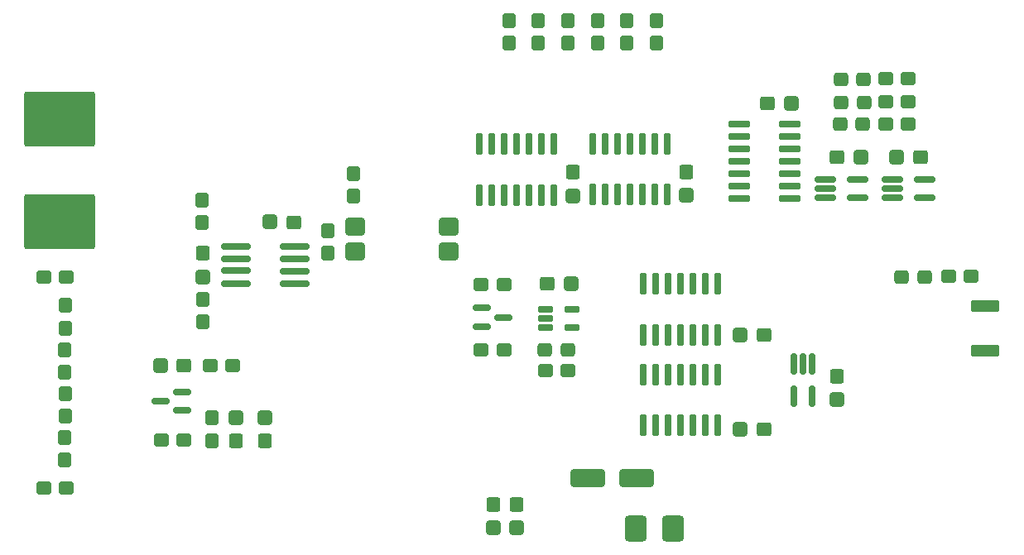
<source format=gbr>
%TF.GenerationSoftware,KiCad,Pcbnew,9.0.2*%
%TF.CreationDate,2025-08-11T16:15:30+08:00*%
%TF.ProjectId,tsal_g_v4.zip,7473616c-5f67-45f7-9634-2e7a69702e6b,rev?*%
%TF.SameCoordinates,Original*%
%TF.FileFunction,Paste,Top*%
%TF.FilePolarity,Positive*%
%FSLAX46Y46*%
G04 Gerber Fmt 4.6, Leading zero omitted, Abs format (unit mm)*
G04 Created by KiCad (PCBNEW 9.0.2) date 2025-08-11 16:15:30*
%MOMM*%
%LPD*%
G01*
G04 APERTURE LIST*
G04 Aperture macros list*
%AMRoundRect*
0 Rectangle with rounded corners*
0 $1 Rounding radius*
0 $2 $3 $4 $5 $6 $7 $8 $9 X,Y pos of 4 corners*
0 Add a 4 corners polygon primitive as box body*
4,1,4,$2,$3,$4,$5,$6,$7,$8,$9,$2,$3,0*
0 Add four circle primitives for the rounded corners*
1,1,$1+$1,$2,$3*
1,1,$1+$1,$4,$5*
1,1,$1+$1,$6,$7*
1,1,$1+$1,$8,$9*
0 Add four rect primitives between the rounded corners*
20,1,$1+$1,$2,$3,$4,$5,0*
20,1,$1+$1,$4,$5,$6,$7,0*
20,1,$1+$1,$6,$7,$8,$9,0*
20,1,$1+$1,$8,$9,$2,$3,0*%
G04 Aperture macros list end*
%ADD10RoundRect,0.278125X-0.474375X-0.389375X0.474375X-0.389375X0.474375X0.389375X-0.474375X0.389375X0*%
%ADD11RoundRect,0.304348X0.420652X0.395652X-0.420652X0.395652X-0.420652X-0.395652X0.420652X-0.395652X0*%
%ADD12RoundRect,0.305575X0.460025X0.412525X-0.460025X0.412525X-0.460025X-0.412525X0.460025X-0.412525X0*%
%ADD13RoundRect,0.308511X0.457089X0.416489X-0.457089X0.416489X-0.457089X-0.416489X0.457089X-0.416489X0*%
%ADD14RoundRect,0.390352X0.722148X0.934648X-0.722148X0.934648X-0.722148X-0.934648X0.722148X-0.934648X0*%
%ADD15RoundRect,0.250000X-1.500000X-0.650000X1.500000X-0.650000X1.500000X0.650000X-1.500000X0.650000X0*%
%ADD16RoundRect,0.162500X-0.162500X0.927500X-0.162500X-0.927500X0.162500X-0.927500X0.162500X0.927500X0*%
%ADD17RoundRect,0.150000X-0.750000X-0.150000X0.750000X-0.150000X0.750000X0.150000X-0.750000X0.150000X0*%
%ADD18RoundRect,0.278125X0.389375X-0.474375X0.389375X0.474375X-0.389375X0.474375X-0.389375X-0.474375X0*%
%ADD19RoundRect,0.162500X-0.617500X-0.162500X0.617500X-0.162500X0.617500X0.162500X-0.617500X0.162500X0*%
%ADD20RoundRect,0.278125X0.474375X0.389375X-0.474375X0.389375X-0.474375X-0.389375X0.474375X-0.389375X0*%
%ADD21RoundRect,0.305575X-0.412525X0.460025X-0.412525X-0.460025X0.412525X-0.460025X0.412525X0.460025X0*%
%ADD22RoundRect,0.308511X-0.416489X0.457089X-0.416489X-0.457089X0.416489X-0.457089X0.416489X0.457089X0*%
%ADD23RoundRect,0.305575X0.412525X-0.460025X0.412525X0.460025X-0.412525X0.460025X-0.412525X-0.460025X0*%
%ADD24RoundRect,0.308511X0.416489X-0.457089X0.416489X0.457089X-0.416489X0.457089X-0.416489X-0.457089X0*%
%ADD25RoundRect,0.278125X-0.389375X0.474375X-0.389375X-0.474375X0.389375X-0.474375X0.389375X0.474375X0*%
%ADD26RoundRect,0.250000X1.230000X0.350000X-1.230000X0.350000X-1.230000X-0.350000X1.230000X-0.350000X0*%
%ADD27RoundRect,0.305575X-0.460025X-0.412525X0.460025X-0.412525X0.460025X0.412525X-0.460025X0.412525X0*%
%ADD28RoundRect,0.308511X-0.457089X-0.416489X0.457089X-0.416489X0.457089X0.416489X-0.457089X0.416489X0*%
%ADD29RoundRect,0.090000X-1.040000X-0.210000X1.040000X-0.210000X1.040000X0.210000X-1.040000X0.210000X0*%
%ADD30RoundRect,0.091500X-1.038500X-0.213500X1.038500X-0.213500X1.038500X0.213500X-1.038500X0.213500X0*%
%ADD31RoundRect,0.090000X-0.210000X1.040000X-0.210000X-1.040000X0.210000X-1.040000X0.210000X1.040000X0*%
%ADD32RoundRect,0.091500X-0.213500X1.038500X-0.213500X-1.038500X0.213500X-1.038500X0.213500X1.038500X0*%
%ADD33RoundRect,0.249999X-0.750001X-0.640001X0.750001X-0.640001X0.750001X0.640001X-0.750001X0.640001X0*%
%ADD34RoundRect,0.251116X3.376384X-2.561384X3.376384X2.561384X-3.376384X2.561384X-3.376384X-2.561384X0*%
%ADD35RoundRect,0.162500X-0.927500X-0.162500X0.927500X-0.162500X0.927500X0.162500X-0.927500X0.162500X0*%
%ADD36RoundRect,0.150000X0.750000X0.150000X-0.750000X0.150000X-0.750000X-0.150000X0.750000X-0.150000X0*%
%ADD37RoundRect,0.150000X-1.350000X-0.150000X1.350000X-0.150000X1.350000X0.150000X-1.350000X0.150000X0*%
%ADD38RoundRect,0.150000X-1.337500X-0.150000X1.337500X-0.150000X1.337500X0.150000X-1.337500X0.150000X0*%
G04 APERTURE END LIST*
D10*
%TO.C,R31*%
X163897500Y-81367500D03*
X166202500Y-81367500D03*
%TD*%
D11*
%TO.C,D6*%
X155230000Y-63552103D03*
X152880000Y-63552103D03*
%TD*%
D12*
%TO.C,C1*%
X85715600Y-90506900D03*
D13*
X83284400Y-90500000D03*
%TD*%
D14*
%TO.C,F2*%
X135687500Y-107200000D03*
X131912500Y-107200000D03*
%TD*%
D15*
%TO.C,D3*%
X127000000Y-102000000D03*
X132000000Y-102000000D03*
%TD*%
D16*
%TO.C,U7*%
X149950000Y-90340000D03*
X149000000Y-90340000D03*
X148050000Y-90340000D03*
X148050000Y-93660000D03*
X149950000Y-93660000D03*
%TD*%
D17*
%TO.C,Q1*%
X116150000Y-84600000D03*
X116150000Y-86500000D03*
X118350000Y-85550000D03*
%TD*%
D18*
%TO.C,R6*%
X73467500Y-91152500D03*
X73467500Y-88847500D03*
%TD*%
D10*
%TO.C,R25*%
X157455000Y-65752103D03*
X159760000Y-65752103D03*
%TD*%
D19*
%TO.C,U4*%
X122700000Y-84700000D03*
X122700000Y-85650000D03*
X122700000Y-86600000D03*
X125400000Y-86600000D03*
X125400000Y-84700000D03*
%TD*%
D20*
%TO.C,R17*%
X125000000Y-91000000D03*
X122695000Y-91000000D03*
%TD*%
D10*
%TO.C,R4*%
X88347500Y-90467500D03*
X90652500Y-90467500D03*
%TD*%
D11*
%TO.C,D4*%
X124977500Y-88882500D03*
X122627500Y-88882500D03*
%TD*%
D21*
%TO.C,C6*%
X119706900Y-104684400D03*
D22*
X119700000Y-107115600D03*
%TD*%
D11*
%TO.C,D10*%
X161425000Y-81400000D03*
X159075000Y-81400000D03*
%TD*%
D18*
%TO.C,R10*%
X87567500Y-75877500D03*
X87567500Y-73572500D03*
%TD*%
D23*
%TO.C,C4*%
X93993100Y-98215600D03*
D24*
X94000000Y-95784400D03*
%TD*%
D12*
%TO.C,C18*%
X161009017Y-69185417D03*
D13*
X158577817Y-69178517D03*
%TD*%
D25*
%TO.C,R11*%
X87632500Y-83695000D03*
X87632500Y-86000000D03*
%TD*%
D26*
%TO.C,Q4*%
X167620000Y-88980000D03*
X167620000Y-84420000D03*
%TD*%
D21*
%TO.C,C21*%
X125485717Y-70712917D03*
D22*
X125478817Y-73144117D03*
%TD*%
D18*
%TO.C,R22*%
X118945266Y-57481017D03*
X118945266Y-55176017D03*
%TD*%
D25*
%TO.C,R1*%
X88532500Y-95847500D03*
X88532500Y-98152500D03*
%TD*%
D11*
%TO.C,D5*%
X155130000Y-65752103D03*
X152780000Y-65752103D03*
%TD*%
D27*
%TO.C,C7*%
X122834400Y-82142048D03*
D28*
X125265600Y-82148948D03*
%TD*%
D29*
%TO.C,U20*%
X142448817Y-65768517D03*
X142448817Y-67038517D03*
X142448817Y-68308517D03*
X142448817Y-69578517D03*
X142448817Y-70848517D03*
X142448817Y-72118517D03*
X142448817Y-73388517D03*
X147688817Y-73388517D03*
D30*
X147688817Y-72123517D03*
D29*
X147688817Y-70848517D03*
X147688817Y-69578517D03*
X147688817Y-68308517D03*
X147688817Y-67038517D03*
X147688817Y-65768517D03*
%TD*%
D10*
%TO.C,R26*%
X157455000Y-61152103D03*
X159760000Y-61152103D03*
%TD*%
D25*
%TO.C,R13*%
X100432500Y-76647500D03*
X100432500Y-78952500D03*
%TD*%
D21*
%TO.C,C2*%
X87606900Y-79009400D03*
D22*
X87600000Y-81440600D03*
%TD*%
D11*
%TO.C,D7*%
X155221334Y-61189088D03*
X152871334Y-61189088D03*
%TD*%
D31*
%TO.C,U5*%
X135088817Y-67758517D03*
X133818817Y-67758517D03*
X132548817Y-67758517D03*
X131278817Y-67758517D03*
X130008817Y-67758517D03*
X128738817Y-67758517D03*
X127468817Y-67758517D03*
X127468817Y-72998517D03*
D32*
X128733817Y-72998517D03*
D31*
X130008817Y-72998517D03*
X131278817Y-72998517D03*
X132548817Y-72998517D03*
X133818817Y-72998517D03*
X135088817Y-72998517D03*
%TD*%
D12*
%TO.C,C26*%
X145000000Y-97000000D03*
D13*
X142568800Y-96993100D03*
%TD*%
D27*
%TO.C,C15*%
X152518817Y-69171617D03*
D28*
X154950017Y-69178517D03*
%TD*%
D20*
%TO.C,R2*%
X85652500Y-98101300D03*
X83347500Y-98101300D03*
%TD*%
D33*
%TO.C,U2*%
X103235000Y-76230000D03*
X103235000Y-78770000D03*
X112765000Y-78770000D03*
X112765000Y-76230000D03*
%TD*%
D31*
%TO.C,U21*%
X140270000Y-82140000D03*
X139000000Y-82140000D03*
X137730000Y-82140000D03*
X136460000Y-82140000D03*
X135190000Y-82140000D03*
X133920000Y-82140000D03*
X132650000Y-82140000D03*
X132650000Y-87380000D03*
D32*
X133915000Y-87380000D03*
D31*
X135190000Y-87380000D03*
X136460000Y-87380000D03*
X137730000Y-87380000D03*
X139000000Y-87380000D03*
X140270000Y-87380000D03*
%TD*%
D21*
%TO.C,C8*%
X152506900Y-91568800D03*
D22*
X152500000Y-94000000D03*
%TD*%
D34*
%TO.C,F1*%
X73000000Y-75775000D03*
X73000000Y-65225000D03*
%TD*%
D18*
%TO.C,R18*%
X127967500Y-57502500D03*
X127967500Y-55197500D03*
%TD*%
D10*
%TO.C,R15*%
X116097500Y-88917500D03*
X118402500Y-88917500D03*
%TD*%
D18*
%TO.C,R21*%
X121951976Y-57481017D03*
X121951976Y-55176017D03*
%TD*%
D25*
%TO.C,R7*%
X73532500Y-93347500D03*
X73532500Y-95652500D03*
%TD*%
%TO.C,R5*%
X73532500Y-84347500D03*
X73532500Y-86652500D03*
%TD*%
D21*
%TO.C,C22*%
X137085717Y-70642917D03*
D22*
X137078817Y-73074117D03*
%TD*%
D35*
%TO.C,U14*%
X151258817Y-71428517D03*
X151258817Y-72378517D03*
X151258817Y-73328517D03*
X154578817Y-73328517D03*
X154578817Y-71428517D03*
%TD*%
D25*
%TO.C,R14*%
X103032500Y-70847500D03*
X103032500Y-73152500D03*
%TD*%
D20*
%TO.C,R9*%
X73652500Y-103032500D03*
X71347500Y-103032500D03*
%TD*%
D31*
%TO.C,U8*%
X140310000Y-91380000D03*
X139040000Y-91380000D03*
X137770000Y-91380000D03*
X136500000Y-91380000D03*
X135230000Y-91380000D03*
X133960000Y-91380000D03*
X132690000Y-91380000D03*
X132690000Y-96620000D03*
D32*
X133955000Y-96620000D03*
D31*
X135230000Y-96620000D03*
X136500000Y-96620000D03*
X137770000Y-96620000D03*
X139040000Y-96620000D03*
X140310000Y-96620000D03*
%TD*%
D18*
%TO.C,R23*%
X124958686Y-57481017D03*
X124958686Y-55176017D03*
%TD*%
D23*
%TO.C,C5*%
X90993100Y-98215600D03*
D24*
X91000000Y-95784400D03*
%TD*%
D10*
%TO.C,R3*%
X71347500Y-81467500D03*
X73652500Y-81467500D03*
%TD*%
D18*
%TO.C,R19*%
X133978817Y-57481017D03*
X133978817Y-55176017D03*
%TD*%
D27*
%TO.C,C24*%
X145403217Y-63671617D03*
D28*
X147834417Y-63678517D03*
%TD*%
D18*
%TO.C,R20*%
X130972107Y-57481017D03*
X130972107Y-55176017D03*
%TD*%
D31*
%TO.C,U6*%
X123488817Y-67808517D03*
X122218817Y-67808517D03*
X120948817Y-67808517D03*
X119678817Y-67808517D03*
X118408817Y-67808517D03*
X117138817Y-67808517D03*
X115868817Y-67808517D03*
X115868817Y-73048517D03*
D32*
X117133817Y-73048517D03*
D31*
X118408817Y-73048517D03*
X119678817Y-73048517D03*
X120948817Y-73048517D03*
X122218817Y-73048517D03*
X123488817Y-73048517D03*
%TD*%
D35*
%TO.C,U16*%
X158158817Y-71428517D03*
X158158817Y-72378517D03*
X158158817Y-73328517D03*
X161478817Y-73328517D03*
X161478817Y-71428517D03*
%TD*%
D36*
%TO.C,U1*%
X85513800Y-95068800D03*
X85513800Y-93168800D03*
X83313800Y-94118800D03*
%TD*%
D21*
%TO.C,C9*%
X117306900Y-104684400D03*
D22*
X117300000Y-107115600D03*
%TD*%
D37*
%TO.C,LM1*%
X91000000Y-78320000D03*
X91000000Y-79590000D03*
D38*
X90987500Y-80725000D03*
D37*
X91000000Y-82130000D03*
X97000000Y-82130000D03*
X97000000Y-80860000D03*
X97000000Y-79590000D03*
X97000000Y-78320000D03*
%TD*%
D20*
%TO.C,R16*%
X118402500Y-82182500D03*
X116097500Y-82182500D03*
%TD*%
D12*
%TO.C,C25*%
X144985600Y-87386900D03*
D13*
X142554400Y-87380000D03*
%TD*%
D12*
%TO.C,C3*%
X96950000Y-75800000D03*
D13*
X94518800Y-75793100D03*
%TD*%
D18*
%TO.C,R8*%
X73467500Y-100152500D03*
X73467500Y-97847500D03*
%TD*%
D10*
%TO.C,R24*%
X157450000Y-63500000D03*
X159755000Y-63500000D03*
%TD*%
M02*

</source>
